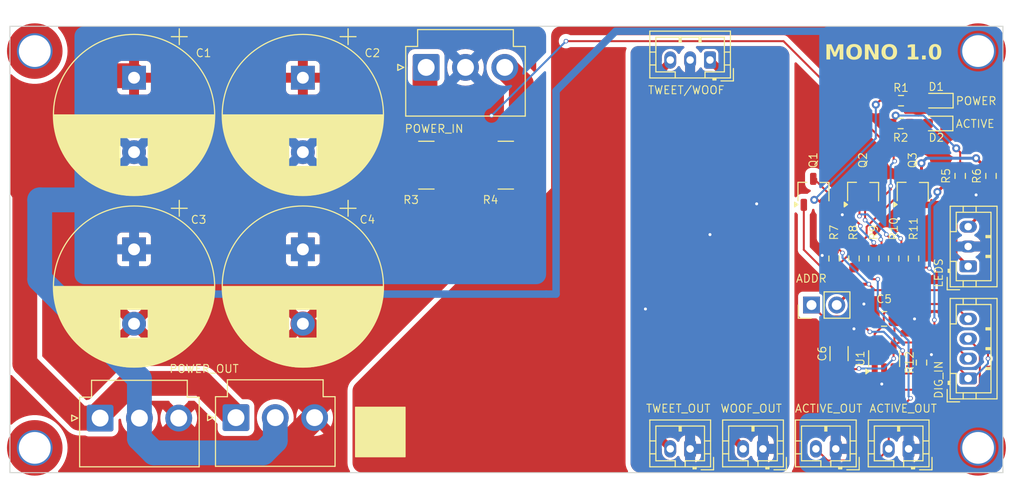
<source format=kicad_pcb>
(kicad_pcb (version 20240108) (generator "pcbnew") (generator_version "8.0")
  (layers (0 "F.Cu" signal) (31 "B.Cu" signal) (34 "B.Paste" user) (35 "F.Paste" user) (36 "B.SilkS" user "B.Silkscreen") (37 "F.SilkS" user "F.Silkscreen") (38 "B.Mask" user) (39 "F.Mask" user) (44 "Edge.Cuts" user))
  (net 0 "")
  (net 1 "VM")
  (net 2 "VP")
  (net 3 "PGND")
  (net 4 "POS")
  (net 5 "NEG")
  (net 6 "3V3")
  (net 7 "SCL")
  (net 8 "SDA")
  (net 9 "TWEETER")
  (net 10 "WOOFER")
  (net 11 "ACTIVE_IN")
  (net 12 "ACTIVE_OUT")
  (net 13 "AGND")
  (net 14 "Net-(Q1-B)")
  (net 15 "Net-(Q1-C)")
  (net 16 "Net-(Q2-B)")
  (net 17 "Net-(Q3-B)")
  (net 18 "ACTIVE_NEG")
  (net 19 "Net-(D1-A)")
  (net 20 "LED_ACTIVE")
  (net 21 "LED_STANDBY")
  (net 22 "Net-(D2-A)")
  (net 23 "Net-(J4-Pin_1)")
  (footprint "Capacitor_THT:CP_Radial_D16.0mm_P7.50mm" (layer "F.Cu") (at 98.4 95.987246 -90)
    (property "Reference" "C3" (at -2.987246 -6.5 0) (layer "F.SilkS") (effects (font (size 0.8 0.8) (thickness 0.1))))
    (property "Value" "2200u 50V")
    (pad "1" thru_hole rect (at 0 0 270) (size 2.4 2.4) (drill 1.2) (layers "*.Cu" "*.Mask") (net 3 "PGND"))
    (pad "2" thru_hole circle (at 7.5 0 270) (size 2.4 2.4) (drill 1.2) (layers "*.Cu" "*.Mask") (net 5 "NEG"))
  )
  (footprint "Connector_JST:JST_PH_B2B-PH-K_1x02_P2.00mm_Vertical" (layer "F.Cu") (at 154.4 116.1 180)
    (property "Reference" "J8" (hide yes))
    (property "Value" "Conn_01x02_Pin")
    (pad "1" thru_hole roundrect (at 0 0 180) (size 1.2 1.75) (drill 0.75) (layers "*.Cu" "*.Mask") (roundrect_rratio 0.208333) (net 13 "AGND"))
    (pad "2" thru_hole oval (at 2 0 180) (size 1.2 1.75) (drill 0.75) (layers "*.Cu" "*.Mask") (net 9 "TWEETER"))
  )
  (footprint "Capacitor_THT:CP_Radial_D16.0mm_P7.50mm" (layer "F.Cu") (at 98.4 78.687246 -90)
    (property "Reference" "C1" (at -2.487246 -7 0) (layer "F.SilkS") (effects (font (size 0.8 0.8) (thickness 0.1))))
    (property "Value" "2200u 50V")
    (pad "1" thru_hole rect (at 0 0 270) (size 2.4 2.4) (drill 1.2) (layers "*.Cu" "*.Mask") (net 4 "POS"))
    (pad "2" thru_hole circle (at 7.5 0 270) (size 2.4 2.4) (drill 1.2) (layers "*.Cu" "*.Mask") (net 3 "PGND"))
  )
  (footprint "Resistor_SMD:R_0603_1608Metric_Pad0.98x0.95mm_HandSolder" (layer "F.Cu") (at 174.9 96.9125 90)
    (property "Reference" "R10" (at 3 0 90) (layer "F.SilkS") (effects (font (size 0.8 0.8) (thickness 0.1))))
    (property "Value" "50K")
    (pad "1" smd roundrect (at -0.9125 0 90) (size 0.975 0.95) (layers "F.Cu" "F.Paste" "F.Mask") (net 5 "NEG"))
    (pad "2" smd roundrect (at 0.9125 0 90) (size 0.975 0.95) (layers "F.Cu" "F.Paste" "F.Mask") (net 16 "Net-(Q2-B)"))
  )
  (footprint "MountingHole:MountingHole_3.2mm_M3_DIN965_Pad_TopOnly" (layer "F.Cu") (at 88.4 76 90)
    (property "Reference" "H1" (hide yes))
    (property "Value" "MountingHole")
    (pad "1" thru_hole circle (at 0 0 90) (size 3.6 3.6) (drill 3.2) (layers "*.Cu" "*.Mask"))
    (pad "1" connect circle (at 0 0 90) (size 5.6 5.6) (layers "F.Cu" "F.Mask"))
  )
  (footprint "MountingHole:MountingHole_3.2mm_M3_DIN965_Pad_TopOnly" (layer "F.Cu") (at 88.4 116 90)
    (property "Reference" "H3" (hide yes))
    (property "Value" "MountingHole")
    (pad "1" thru_hole circle (at 0 0 90) (size 3.6 3.6) (drill 3.2) (layers "*.Cu" "*.Mask"))
    (pad "1" connect circle (at 0 0 90) (size 5.6 5.6) (layers "F.Cu" "F.Mask"))
  )
  (footprint "MountingHole:MountingHole_3.2mm_M3_DIN965_Pad_TopOnly" (layer "F.Cu") (at 183.4 76 90)
    (property "Reference" "H2" (hide yes))
    (property "Value" "MountingHole")
    (pad "1" thru_hole circle (at 0 0 90) (size 3.6 3.6) (drill 3.2) (layers "*.Cu" "*.Mask"))
    (pad "1" connect circle (at 0 0 90) (size 5.6 5.6) (layers "F.Cu" "F.Mask"))
  )
  (footprint "Connector_JST:JST_VH_B3P-VH-B_1x03_P3.96mm_Vertical" (layer "F.Cu") (at 108.6625 112.95)
    (property "Reference" "J6" (hide yes))
    (property "Value" "Conn_01x03_Male")
    (pad "1" thru_hole roundrect (at 0 0) (size 2.7 2.7) (drill 1.7) (layers "*.Cu" "*.Mask") (roundrect_rratio 0.092593) (net 4 "POS"))
    (pad "2" thru_hole circle (at 3.96 0) (size 2.7 2.7) (drill 1.7) (layers "*.Cu" "*.Mask") (net 3 "PGND"))
    (pad "3" thru_hole circle (at 7.92 0) (size 2.7 2.7) (drill 1.7) (layers "*.Cu" "*.Mask") (net 5 "NEG"))
  )
  (footprint "Connector_JST:JST_VH_B3P-VH-B_1x03_P3.96mm_Vertical" (layer "F.Cu") (at 94.98 113)
    (property "Reference" "J7" (hide yes))
    (property "Value" "Conn_01x03_Male")
    (pad "1" thru_hole roundrect (at 0 0) (size 2.7 2.7) (drill 1.7) (layers "*.Cu" "*.Mask") (roundrect_rratio 0.092593) (net 4 "POS"))
    (pad "2" thru_hole circle (at 3.96 0) (size 2.7 2.7) (drill 1.7) (layers "*.Cu" "*.Mask") (net 3 "PGND"))
    (pad "3" thru_hole circle (at 7.92 0) (size 2.7 2.7) (drill 1.7) (layers "*.Cu" "*.Mask") (net 5 "NEG"))
  )
  (footprint "Package_TO_SOT_SMD:TSOT-23" (layer "F.Cu") (at 166.8 90.19 90)
    (property "Reference" "Q1" (at 3.19 0 90) (layer "F.SilkS") (effects (font (size 0.8 0.8) (thickness 0.1))))
    (property "Value" "BC807")
    (pad "1" smd roundrect (at -1.31 -0.95 90) (size 1.22 0.65) (layers "F.Cu" "F.Paste" "F.Mask") (net 14 "Net-(Q1-B)"))
    (pad "2" smd roundrect (at -1.31 0.95 90) (size 1.22 0.65) (layers "F.Cu" "F.Paste" "F.Mask") (net 6 "3V3"))
    (pad "3" smd roundrect (at 1.31 0 90) (size 1.22 0.65) (layers "F.Cu" "F.Paste" "F.Mask") (net 15 "Net-(Q1-C)"))
  )
  (footprint "Connector_JST:JST_PH_B2B-PH-K_1x02_P2.00mm_Vertical" (layer "F.Cu") (at 161.733333 116.1 180)
    (property "Reference" "J9" (hide yes))
    (property "Value" "Conn_01x02_Pin")
    (pad "1" thru_hole roundrect (at 0 0 180) (size 1.2 1.75) (drill 0.75) (layers "*.Cu" "*.Mask") (roundrect_rratio 0.208333) (net 13 "AGND"))
    (pad "2" thru_hole oval (at 2 0 180) (size 1.2 1.75) (drill 0.75) (layers "*.Cu" "*.Mask") (net 10 "WOOFER"))
  )
  (footprint "Connector_JST:JST_PH_B2B-PH-K_1x02_P2.00mm_Vertical" (layer "F.Cu") (at 169.066666 116.1 180)
    (property "Reference" "J10" (hide yes))
    (property "Value" "Conn_01x02_Pin")
    (pad "1" thru_hole roundrect (at 0 0 180) (size 1.2 1.75) (drill 0.75) (layers "*.Cu" "*.Mask") (roundrect_rratio 0.208333) (net 3 "PGND"))
    (pad "2" thru_hole oval (at 2 0 180) (size 1.2 1.75) (drill 0.75) (layers "*.Cu" "*.Mask") (net 12 "ACTIVE_OUT"))
  )
  (footprint "Connector_JST:JST_PH_B3B-PH-K_1x03_P2.00mm_Vertical" (layer "F.Cu") (at 182.4 97.7 90)
    (property "Reference" "J3" (hide yes))
    (property "Value" "Conn_01x03_Pin")
    (pad "1" thru_hole roundrect (at 0 0 90) (size 1.2 1.75) (drill 0.75) (layers "*.Cu" "*.Mask") (roundrect_rratio 0.208333) (net 20 "LED_ACTIVE"))
    (pad "2" thru_hole oval (at 2 0 90) (size 1.2 1.75) (drill 0.75) (layers "*.Cu" "*.Mask") (net 3 "PGND"))
    (pad "3" thru_hole oval (at 4 0 90) (size 1.2 1.75) (drill 0.75) (layers "*.Cu" "*.Mask") (net 21 "LED_STANDBY"))
  )
  (footprint "Resistor_SMD:R_0603_1608Metric_Pad0.98x0.95mm_HandSolder" (layer "F.Cu") (at 170.9 96.9125 -90)
    (property "Reference" "R8" (at -2.619047 0.07 90) (layer "F.SilkS") (effects (font (size 0.8 0.8) (thickness 0.1))))
    (property "Value" "1K")
    (pad "1" smd roundrect (at -0.9125 0 270) (size 0.975 0.95) (layers "F.Cu" "F.Paste" "F.Mask") (net 18 "ACTIVE_NEG"))
    (pad "2" smd roundrect (at 0.9125 0 270) (size 0.975 0.95) (layers "F.Cu" "F.Paste" "F.Mask") (net 14 "Net-(Q1-B)"))
  )
  (footprint "Resistor_SMD:R_1218_3246Metric_Pad1.22x4.75mm_HandSolder" (layer "F.Cu") (at 127.8375 87.5 180)
    (property "Reference" "R3" (at 1.5375 -3.5 0) (layer "F.SilkS") (effects (font (size 0.8 0.8) (thickness 0.1))))
    (property "Value" "470m 3W")
    (pad "1" smd roundrect (at -1.5625 0 180) (size 1.225 4.75) (layers "F.Cu" "F.Paste" "F.Mask") (roundrect_rratio 0.204082) (net 2 "VP"))
    (pad "2" smd roundrect (at 1.5625 0 180) (size 1.225 4.75) (layers "F.Cu" "F.Paste" "F.Mask") (roundrect_rratio 0.204082) (net 4 "POS"))
  )
  (footprint "Connector_JST:JST_VH_B3P-VH-B_1x03_P3.96mm_Vertical" (layer "F.Cu") (at 127.8175 77.64375)
    (property "Reference" "J2" (hide yes))
    (property "Value" "Conn_01x03_Male")
    (pad "1" thru_hole roundrect (at 0 0) (size 2.7 2.7) (drill 1.7) (layers "*.Cu" "*.Mask") (roundrect_rratio 0.092593) (net 2 "VP"))
    (pad "2" thru_hole circle (at 3.96 0) (size 2.7 2.7) (drill 1.7) (layers "*.Cu" "*.Mask") (net 3 "PGND"))
    (pad "3" thru_hole circle (at 7.92 0) (size 2.7 2.7) (drill 1.7) (layers "*.Cu" "*.Mask") (net 1 "VM"))
  )
  (footprint "Capacitor_SMD:C_0805_2012Metric_Pad1.18x1.45mm_HandSolder" (layer "F.Cu") (at 173.9375 103 180)
    (property "Reference" "C5" (at 0 2 0) (layer "F.SilkS") (effects (font (size 0.8 0.8) (thickness 0.1))))
    (property "Value" "0.1u")
    (pad "1" smd roundrect (at -1.0375 0 180) (size 1.175 1.45) (layers "F.Cu" "F.Paste" "F.Mask") (roundrect_rratio 0.212766) (net 6 "3V3"))
    (pad "2" smd roundrect (at 1.0375 0 180) (size 1.175 1.45) (layers "F.Cu" "F.Paste" "F.Mask") (roundrect_rratio 0.212766) (net 3 "PGND"))
  )
  (footprint "Connector_PinHeader_2.54mm:PinHeader_1x02_P2.54mm_Vertical" (layer "F.Cu") (at 166.625 101.6 90)
    (property "Reference" "J4" (hide yes))
    (property "Value" "Conn_01x02_Pin")
    (pad "1" thru_hole rect (at 0 0 90) (size 1.7 1.7) (drill 1) (layers "*.Cu" "*.Mask") (net 23 "Net-(J4-Pin_1)"))
    (pad "2" thru_hole oval (at 0 2.54 90) (size 1.7 1.7) (drill 1) (layers "*.Cu" "*.Mask") (net 6 "3V3"))
  )
  (footprint "Package_TO_SOT_SMD:TSOT-23" (layer "F.Cu") (at 171.8 90.19 90)
    (property "Reference" "Q2" (at 3.19 0 90) (layer "F.SilkS") (effects (font (size 0.8 0.8) (thickness 0.1))))
    (property "Value" "BC817K-40")
    (pad "1" smd roundrect (at -1.31 -0.95 90) (size 1.22 0.65) (layers "F.Cu" "F.Paste" "F.Mask") (net 16 "Net-(Q2-B)"))
    (pad "2" smd roundrect (at -1.31 0.95 90) (size 1.22 0.65) (layers "F.Cu" "F.Paste" "F.Mask") (net 5 "NEG"))
    (pad "3" smd roundrect (at 1.31 0 90) (size 1.22 0.65) (layers "F.Cu" "F.Paste" "F.Mask") (net 12 "ACTIVE_OUT"))
  )
  (footprint "Capacitor_THT:CP_Radial_D16.0mm_P7.50mm" (layer "F.Cu") (at 115.4 95.987246 -90)
    (property "Reference" "C4" (at -3 -6.5 0) (layer "F.SilkS") (effects (font (size 0.8 0.8) (thickness 0.1))))
    (property "Value" "2200u 50V")
    (pad "1" thru_hole rect (at 0 0 270) (size 2.4 2.4) (drill 1.2) (layers "*.Cu" "*.Mask") (net 3 "PGND"))
    (pad "2" thru_hole circle (at 7.5 0 270) (size 2.4 2.4) (drill 1.2) (layers "*.Cu" "*.Mask") (net 5 "NEG"))
  )
  (footprint "Connector_JST:JST_PH_B3B-PH-K_1x03_P2.00mm_Vertical" (layer "F.Cu") (at 156.4 76.9 180)
    (property "Reference" "J1" (hide yes))
    (property "Value" "Conn_01x03_Pin")
    (pad "1" thru_hole roundrect (at 0 0 180) (size 1.2 1.75) (drill 0.75) (layers "*.Cu" "*.Mask") (roundrect_rratio 0.208333) (net 10 "WOOFER"))
    (pad "2" thru_hole oval (at 2 0 180) (size 1.2 1.75) (drill 0.75) (layers "*.Cu" "*.Mask") (net 13 "AGND"))
    (pad "3" thru_hole oval (at 4 0 180) (size 1.2 1.75) (drill 0.75) (layers "*.Cu" "*.Mask") (net 9 "TWEETER"))
  )
  (footprint "Connector_JST:JST_PH_B2B-PH-K_1x02_P2.00mm_Vertical" (layer "F.Cu") (at 176.4 116.1 180)
    (property "Reference" "J11" (hide yes))
    (property "Value" "Conn_01x02_Pin")
    (pad "1" thru_hole roundrect (at 0 0 180) (size 1.2 1.75) (drill 0.75) (layers "*.Cu" "*.Mask") (roundrect_rratio 0.208333) (net 3 "PGND"))
    (pad "2" thru_hole oval (at 2 0 180) (size 1.2 1.75) (drill 0.75) (layers "*.Cu" "*.Mask") (net 12 "ACTIVE_OUT"))
  )
  (footprint "LED_SMD:LED_0603_1608Metric_Pad1.05x0.95mm_HandSolder" (layer "F.Cu") (at 179.225 81 180)
    (property "Reference" "D1" (at 0.0375 1.4 0) (layer "F.SilkS") (effects (font (size 0.8 0.8) (thickness 0.1))))
    (property "Value" "BLUE")
    (pad "1" smd roundrect (at -0.875 0 180) (size 1.05 0.95) (layers "F.Cu" "F.Paste" "F.Mask") (net 3 "PGND"))
    (pad "2" smd roundrect (at 0.875 0 180) (size 1.05 0.95) (layers "F.Cu" "F.Paste" "F.Mask") (net 19 "Net-(D1-A)"))
  )
  (footprint "Resistor_SMD:R_1218_3246Metric_Pad1.22x4.75mm_HandSolder" (layer "F.Cu") (at 135.8375 87.5 180)
    (property "Reference" "R4" (at 1.5375 -3.5 0) (layer "F.SilkS") (effects (font (size 0.8 0.8) (thickness 0.1))))
    (property "Value" "470m 3W")
    (pad "1" smd roundrect (at -1.5625 0 180) (size 1.225 4.75) (layers "F.Cu" "F.Paste" "F.Mask") (roundrect_rratio 0.204082) (net 1 "VM"))
    (pad "2" smd roundrect (at 1.5625 0 180) (size 1.225 4.75) (layers "F.Cu" "F.Paste" "F.Mask") (roundrect_rratio 0.204082) (net 5 "NEG"))
  )
  (footprint "LED_SMD:LED_0603_1608Metric_Pad1.05x0.95mm_HandSolder" (layer "F.Cu") (at 179.2 83.3 180)
    (property "Reference" "D2" (at 0 -1.43 0) (layer "F.SilkS") (effects (font (size 0.8 0.8) (thickness 0.1))))
    (property "Value" "RED")
    (pad "1" smd roundrect (at -0.875 0 180) (size 1.05 0.95) (layers "F.Cu" "F.Paste" "F.Mask") (net 3 "PGND"))
    (pad "2" smd roundrect (at 0.875 0 180) (size 1.05 0.95) (layers "F.Cu" "F.Paste" "F.Mask") (net 22 "Net-(D2-A)"))
  )
  (footprint "Capacitor_THT:CP_Radial_D16.0mm_P7.50mm" (layer "F.Cu") (at 115.4 78.687246 -90)
    (property "Reference" "C2" (at -2.487246 -7 0) (layer "F.SilkS") (effects (font (size 0.8 0.8) (thickness 0.1))))
    (property "Value" "2200u 50V")
    (pad "1" thru_hole rect (at 0 0 270) (size 2.4 2.4) (drill 1.2) (layers "*.Cu" "*.Mask") (net 4 "POS"))
    (pad "2" thru_hole circle (at 7.5 0 270) (size 2.4 2.4) (drill 1.2) (layers "*.Cu" "*.Mask") (net 3 "PGND"))
  )
  (footprint "Resistor_SMD:R_0603_1608Metric_Pad0.98x0.95mm_HandSolder" (layer "F.Cu") (at 181.6 88.5875 90)
    (property "Reference" "R5" (at 0 -1.43 90) (layer "F.SilkS") (effects (font (size 0.8 0.8) (thickness 0.1))))
    (property "Value" "550R")
    (pad "1" smd roundrect (at -0.9125 0 90) (size 0.975 0.95) (layers "F.Cu" "F.Paste" "F.Mask") (net 20 "LED_ACTIVE"))
    (pad "2" smd roundrect (at 0.9125 0 90) (size 0.975 0.95) (layers "F.Cu" "F.Paste" "F.Mask") (net 11 "ACTIVE_IN"))
  )
  (footprint "Resistor_SMD:R_0603_1608Metric_Pad0.98x0.95mm_HandSolder" (layer "F.Cu") (at 172.9 96.9125 90)
    (property "Reference" "R9" (at 2.619047 0 90) (layer "F.SilkS") (effects (font (size 0.8 0.8) (thickness 0.1))))
    (property "Value" "100K")
    (pad "1" smd roundrect (at -0.9125 0 90) (size 0.975 0.95) (layers "F.Cu" "F.Paste" "F.Mask") (net 16 "Net-(Q2-B)"))
    (pad "2" smd roundrect (at 0.9125 0 90) (size 0.975 0.95) (layers "F.Cu" "F.Paste" "F.Mask") (net 15 "Net-(Q1-C)"))
  )
  (footprint "Resistor_SMD:R_0603_1608Metric_Pad0.98x0.95mm_HandSolder" (layer "F.Cu") (at 184.7 88.5875 90)
    (property "Reference" "R6" (at 0 -1.43 90) (layer "F.SilkS") (effects (font (size 0.8 0.8) (thickness 0.1))))
    (property "Value" "150R")
    (pad "1" smd roundrect (at -0.9125 0 90) (size 0.975 0.95) (layers "F.Cu" "F.Paste" "F.Mask") (net 21 "LED_STANDBY"))
    (pad "2" smd roundrect (at 0.9125 0 90) (size 0.975 0.95) (layers "F.Cu" "F.Paste" "F.Mask") (net 18 "ACTIVE_NEG"))
  )
  (footprint "Connector_JST:JST_PH_B4B-PH-K_1x04_P2.00mm_Vertical" (layer "F.Cu") (at 182.4 109 90)
    (property "Reference" "J5" (hide yes))
    (property "Value" "Conn_01x04_Pin")
    (pad "1" thru_hole roundrect (at 0 0 90) (size 1.2 1.75) (drill 0.75) (layers "*.Cu" "*.Mask") (roundrect_rratio 0.208333) (net 6 "3V3"))
    (pad "2" thru_hole oval (at 2 0 90) (size 1.2 1.75) (drill 0.75) (layers "*.Cu" "*.Mask") (net 11 "ACTIVE_IN"))
    (pad "3" thru_hole oval (at 4 0 90) (size 1.2 1.75) (drill 0.75) (layers "*.Cu" "*.Mask") (net 7 "SCL"))
    (pad "4" thru_hole oval (at 6 0 90) (size 1.2 1.75) (drill 0.75) (layers "*.Cu" "*.Mask") (net 8 "SDA"))
  )
  (footprint "Resistor_SMD:R_0603_1608Metric_Pad0.98x0.95mm_HandSolder" (layer "F.Cu") (at 175.6375 81 180)
    (property "Reference" "R1" (at 0 1.3 0) (layer "F.SilkS") (effects (font (size 0.8 0.8) (thickness 0.1))))
    (property "Value" "150R")
    (pad "1" smd roundrect (at -0.9125 0 180) (size 0.975 0.95) (layers "F.Cu" "F.Paste" "F.Mask") (net 19 "Net-(D1-A)"))
    (pad "2" smd roundrect (at 0.9125 0 180) (size 0.975 0.95) (layers "F.Cu" "F.Paste" "F.Mask") (net 6 "3V3"))
  )
  (footprint "Resistor_SMD:R_0603_1608Metric_Pad0.98x0.95mm_HandSolder" (layer "F.Cu") (at 176.9 96.9125 90)
    (property "Reference" "R11" (at 3 0 90) (layer "F.SilkS") (effects (font (size 0.8 0.8) (thickness 0.1))))
    (property "Value" "1K")
    (pad "1" smd roundrect (at -0.9125 0 90) (size 0.975 0.95) (layers "F.Cu" "F.Paste" "F.Mask") (net 11 "ACTIVE_IN"))
    (pad "2" smd roundrect (at 0.9125 0 90) (size 0.975 0.95) (layers "F.Cu" "F.Paste" "F.Mask") (net 17 "Net-(Q3-B)"))
  )
  (footprint "Resistor_SMD:R_0603_1608Metric_Pad0.98x0.95mm_HandSolder" (layer "F.Cu") (at 177.7 107.4 90)
    (property "Reference" "R12" (at 0 -1.2 90) (layer "F.SilkS") (effects (font (size 0.8 0.8) (thickness 0.1))))
    (property "Value" "4.7k")
    (pad "1" smd roundrect (at -0.9125 0 90) (size 0.975 0.95) (layers "F.Cu" "F.Paste" "F.Mask") (net 23 "Net-(J4-Pin_1)"))
    (pad "2" smd roundrect (at 0.9125 0 90) (size 0.975 0.95) (layers "F.Cu" "F.Paste" "F.Mask") (net 3 "PGND"))
  )
  (footprint "MountingHole:MountingHole_3.2mm_M3_DIN965_Pad_TopOnly" (layer "F.Cu") (at 183.4 116 90)
    (property "Reference" "H4" (hide yes))
    (property "Value" "MountingHole")
    (pad "1" thru_hole circle (at 0 0 90) (size 3.6 3.6) (drill 3.2) (layers "*.Cu" "*.Mask"))
    (pad "1" connect circle (at 0 0 90) (size 5.6 5.6) (layers "F.Cu" "F.Mask"))
  )
  (footprint "Package_TO_SOT_SMD:TSOT-23" (layer "F.Cu") (at 176.8 90.19 90)
    (property "Reference" "Q3" (at 3.19 0 90) (layer "F.SilkS") (effects (font (size 0.8 0.8) (thickness 0.1))))
    (property "Value" "BC817K-40")
    (pad "1" smd roundrect (at -1.31 -0.95 90) (size 1.22 0.65) (layers "F.Cu" "F.Paste" "F.Mask") (net 17 "Net-(Q3-B)"))
    (pad "2" smd roundrect (at -1.31 0.95 90) (size 1.22 0.65) (layers "F.Cu" "F.Paste" "F.Mask") (net 3 "PGND"))
    (pad "3" smd roundrect (at 1.31 0 90) (size 1.22 0.65) (layers "F.Cu" "F.Paste" "F.Mask") (net 18 "ACTIVE_NEG"))
  )
  (footprint "Resistor_SMD:R_0603_1608Metric_Pad0.98x0.95mm_HandSolder" (layer "F.Cu") (at 168.9 96.9125 90)
    (property "Reference" "R7" (at 2.619047 0 90) (layer "F.SilkS") (effects (font (size 0.8 0.8) (thickness 0.1))))
    (property "Value" "10k")
    (pad "1" smd roundrect (at -0.9125 0 90) (size 0.975 0.95) (layers "F.Cu" "F.Paste" "F.Mask") (net 18 "ACTIVE_NEG"))
    (pad "2" smd roundrect (at 0.9125 0 90) (size 0.975 0.95) (layers "F.Cu" "F.Paste" "F.Mask") (net 6 "3V3"))
  )
  (footprint "Capacitor_SMD:C_1206_3216Metric_Pad1.33x1.80mm_HandSolder" (layer "F.Cu") (at 169.4 106.5 90)
    (property "Reference" "C6" (at 0 -1.7 90) (layer "F.SilkS") (effects (font (size 0.8 0.8) (thickness 0.1))))
    (property "Value" "10u")
    (pad "1" smd roundrect (at -1.5625 0 90) (size 1.325 1.8) (layers "F.Cu" "F.Paste" "F.Mask") (roundrect_rratio 0.188679) (net 6 "3V3"))
    (pad "2" smd roundrect (at 1.5625 0 90) (size 1.325 1.8) (layers "F.Cu" "F.Paste" "F.Mask") (roundrect_rratio 0.188679) (net 3 "PGND"))
  )
  (footprint "Resistor_SMD:R_0603_1608Metric_Pad0.98x0.95mm_HandSolder" (layer "F.Cu") (at 175.6 83.3 180)
    (property "Reference" "R2" (at 0 -1.43 0) (layer "F.SilkS") (effects (font (size 0.8 0.8) (thickness 0.1))))
    (property "Value" "300R")
    (pad "1" smd roundrect (at -0.9125 0 180) (size 0.975 0.95) (layers "F.Cu" "F.Paste" "F.Mask") (net 22 "Net-(D2-A)"))
    (pad "2" smd roundrect (at 0.9125 0 180) (size 0.975 0.95) (layers "F.Cu" "F.Paste" "F.Mask") (net 11 "ACTIVE_IN"))
  )
  (footprint "Package_TO_SOT_SMD:SOT-23-6" (layer "F.Cu") (at 173.9375 107 90)
    (property "Reference" "U1" (at 0 -2.4 90) (layer "F.SilkS") (effects (font (size 0.8 0.8) (thickness 0.1))))
    (property "Value" "TMP100")
    (pad "1" smd roundrect (at -1.1375 -0.95 90) (size 1.325 0.6) (layers "F.Cu" "F.Paste" "F.Mask") (net 7 "SCL"))
    (pad "2" smd roundrect (at -1.1375 0 90) (size 1.325 0.6) (layers "F.Cu" "F.Paste" "F.Mask") (net 3 "PGND"))
    (pad "3" smd roundrect (at -1.1375 0.95 90) (size 1.325 0.6) (layers "F.Cu" "F.Paste" "F.Mask") (net 23 "Net-(J4-Pin_1)"))
    (pad "4" smd roundrect (at 1.1375 0.95 90) (size 1.325 0.6) (layers "F.Cu" "F.Paste" "F.Mask") (net 6 "3V3"))
    (pad "5" smd roundrect (at 1.1375 0 90) (size 1.325 0.6) (layers "F.Cu" "F.Paste" "F.Mask") (net 6 "3V3"))
    (pad "6" smd roundrect (at 1.1375 -0.95 90) (size 1.325 0.6) (layers "F.Cu" "F.Paste" "F.Mask") (net 8 "SDA"))
  )
  (gr_rect (start 120.7 111.9) (end 125.7 116.9) (stroke (width 0.1)) (fill solid) (layer "F.SilkS"))
  (gr_line (start 85.9 118.5) (end 85.9 73.5) (stroke (width 0.1)) (layer "Edge.Cuts"))
  (gr_line (start 85.9 73.5) (end 185.9 73.5) (stroke (width 0.1)) (layer "Edge.Cuts"))
  (gr_line (start 185.9 73.5) (end 185.9 118.5) (stroke (width 0.1)) (layer "Edge.Cuts"))
  (gr_line (start 185.9 118.5) (end 85.9 118.5) (stroke (width 0.1)) (layer "Edge.Cuts"))
  (gr_text "LEDS" (at 179.9 99.9 90) (layer "F.SilkS") (effects (font (size 0.8 0.8) (thickness 0.1)) (justify left bottom)))
  (gr_text "DIG_IN" (at 179.9 111.1 90) (layer "F.SilkS") (effects (font (size 0.8 0.8) (thickness 0.1)) (justify left bottom)))
  (gr_text "ACTIVE" (at 181.1 83.8 0) (layer "F.SilkS") (effects (font (size 0.8 0.8) (thickness 0.1)) (justify left bottom)))
  (gr_text "POWER" (at 181.1 81.5 0) (layer "F.SilkS") (effects (font (size 0.8 0.8) (thickness 0.1)) (justify left bottom)))
  (gr_text "WOOF_OUT" (at 157.4 112.5 0) (layer "F.SilkS") (effects (font (size 0.8 0.8) (thickness 0.1)) (justify left bottom)))
  (gr_text "ADDR" (at 165 99.4 0) (layer "F.SilkS") (effects (font (size 0.8 0.8) (thickness 0.1)) (justify left bottom)))
  (gr_text "ACTIVE_OUT" (at 164.9 112.5 0) (layer "F.SilkS") (effects (font (size 0.8 0.8) (thickness 0.1)) (justify left bottom)))
  (gr_text "POWER_OUT" (at 101.9 108.5 0) (layer "F.SilkS") (effects (font (size 0.8 0.8) (thickness 0.1)) (justify left bottom)))
  (gr_text "POWER_IN" (at 125.6 84.3 0) (layer "F.SilkS") (effects (font (size 0.8 0.8) (thickness 0.1)) (justify left bottom)))
  (gr_text "TWEET/WOOF" (at 150.1 80.4 0) (layer "F.SilkS") (effects (font (size 0.8 0.8) (thickness 0.1)) (justify left bottom)))
  (gr_text "MONO 1.0" (at 179.8 77.1 0) (layer "F.SilkS") (effects (font (size 1.5 1.5) (thickness 0.1) (bold yes)) (justify right bottom)))
  (gr_text "TWEET_OUT" (at 149.9 112.5 0) (layer "F.SilkS") (effects (font (size 0.8 0.8) (thickness 0.1)) (justify left bottom)))
  (gr_text "ACTIVE_OUT" (at 172.4 112.5 0) (layer "F.SilkS") (effects (font (size 0.8 0.8) (thickness 0.1)) (justify left bottom)))
  (segment (start 137.4 79.30625) (end 137.4 86.69375) (width 2.5) (layer "F.Cu") (net 1))
  (segment (start 135.7375 77.64375) (end 137.4 79.30625) (width 2.5) (layer "F.Cu") (net 1))
  (segment (start 127.8175 77.64375) (end 127.7 77.76125) (width 2.5) (layer "F.Cu") (net 2))
  (segment (start 129.4 83) (end 129.4 87.5) (width 2.5) (layer "F.Cu") (net 2))
  (segment (start 127.7 81.3) (end 129.4 83) (width 2.5) (layer "F.Cu") (net 2))
  (segment (start 127.7 77.76125) (end 127.7 81.3) (width 2.5) (layer "F.Cu") (net 2))
  (segment (start 172.9 102.5) (end 171.9 101.5) (width 0.2) (layer "F.Cu") (net 3))
  (segment (start 173.9375 109.328851) (end 173.70049 109.565861) (width 0.2) (layer "F.Cu") (net 3))
  (segment (start 177.7 106.4875) (end 178.5875 106.4875) (width 0.3) (layer "F.Cu") (net 3))
  (segment (start 173.9375 108.1375) (end 173.9375 109.328851) (width 0.2) (layer "F.Cu") (net 3))
  (segment (start 178.5875 106.4875) (end 178.7 106.6) (width 0.3) (layer "F.Cu") (net 3))
  (segment (start 169.9625 104.9375) (end 170.9 104) (width 0.2) (layer "F.Cu") (net 3))
  (via (at 170.9 104) (size 0.45) (drill 0.3) (layers "F.Cu" "B.Cu") (net 3))
  (via (at 169.725 92.5) (size 0.45) (drill 0.3) (layers "F.Cu" "B.Cu") (net 3))
  (via (at 167.7 96.6) (size 0.45) (drill 0.3) (layers "F.Cu" "B.Cu") (net 3))
  (via (at 178.7 106.6) (size 0.45) (drill 0.3) (layers "F.Cu" "B.Cu") (net 3))
  (via (at 171.9 101.5) (size 0.45) (drill 0.3) (layers "F.Cu" "B.Cu") (net 3))
  (via (at 175.4 92.9) (size 0.45) (drill 0.3) (layers "F.Cu" "B.Cu") (net 3))
  (via (at 177 103) (size 0.45) (drill 0.3) (layers "F.Cu" "B.Cu") (net 3))
  (via (at 173.70049 109.565861) (size 0.45) (drill 0.3) (layers "F.Cu" "B.Cu") (net 3))
  (via (at 183.2 90.5) (size 0.45) (drill 0.3) (layers "F.Cu" "B.Cu") (net 3))
  (segment (start 98.94 115.04) (end 98.94 113) (width 2.5) (layer "B.Cu") (net 3))
  (segment (start 111.4 116.5) (end 100.4 116.5) (width 2.5) (layer "B.Cu") (net 3))
  (segment (start 112.6225 112.95) (end 112.6225 115.2775) (width 2.5) (layer "B.Cu") (net 3))
  (segment (start 112.6225 115.2775) (end 111.4 116.5) (width 2.5) (layer "B.Cu") (net 3))
  (segment (start 88.9 91) (end 97.4 91) (width 2.5) (layer "B.Cu") (net 3))
  (segment (start 139.9 100.5) (end 92.4 100.5) (width 0.75) (layer "B.Cu") (net 3))
  (segment (start 98.94 109.04) (end 91.4 101.5) (width 2.5) (layer "B.Cu") (net 3))
  (segment (start 167.9 74) (end 146.9 74) (width 0.75) (layer "B.Cu") (net 3))
  (segment (start 140.9 80) (end 140.9 100.5) (width 0.75) (layer "B.Cu") (net 3))
  (segment (start 97.4 91) (end 97.9 90.5) (width 2.5) (layer "B.Cu") (net 3))
  (segment (start 92.4 100.5) (end 91.4 101.5) (width 0.75) (layer "B.Cu") (net 3))
  (segment (start 140.9 100.5) (end 139.9 100.5) (width 0.75) (layer "B.Cu") (net 3))
  (segment (start 98.94 113) (end 98.94 109.04) (width 2.5) (layer "B.Cu") (net 3))
  (segment (start 100.4 116.5) (end 98.94 115.04) (width 2.5) (layer "B.Cu") (net 3))
  (segment (start 88.9 99) (end 88.9 91) (width 2.5) (layer "B.Cu") (net 3))
  (segment (start 146.9 74) (end 140.9 80) (width 0.75) (layer "B.Cu") (net 3))
  (segment (start 91.4 101.5) (end 88.9 99) (width 2.5) (layer "B.Cu") (net 3))
  (segment (start 87.4 85.25) (end 87.4 107.5) (width 2.5) (layer "F.Cu") (net 4))
  (segment (start 94.312754 78.487246) (end 87.8 85) (width 2.5) (layer "F.Cu") (net 4))
  (segment (start 92.9 113) (end 94.98 113) (width 2.5) (layer "F.Cu") (net 4))
  (segment (start 98 109.5) (end 94.98 112.52) (width 2.5) (layer "F.Cu") (net 4))
  (segment (start 108.6625 112.95) (end 105.2125 109.5) (width 2.5) (layer "F.Cu") (net 4))
  (segment (start 94.98 112.52) (end 94.98 113) (width 2.5) (layer "F.Cu") (net 4))
  (segment (start 105.2125 109.5) (end 98 109.5) (width 2.5) (layer "F.Cu") (net 4))
  (segment (start 87.4 107.5) (end 92.9 113) (width 2.5) (layer "F.Cu") (net 4))
  (segment (start 98.4 78.487246) (end 94.312754 78.487246) (width 2.5) (layer "F.Cu") (net 4))
  (segment (start 104.4 116.5) (end 113.0325 116.5) (width 2.5) (layer "F.Cu") (net 5))
  (segment (start 141.9 75) (end 163.8 75) (width 0.2) (layer "F.Cu") (net 5))
  (segment (start 174.9 86.1) (end 174.9 87) (width 0.2) (layer "F.Cu") (net 5))
  (segment (start 113.0325 116.5) (end 116.5825 112.95) (width 2.5) (layer "F.Cu") (net 5))
  (segment (start 102.9 113) (end 102.9 115) (width 2.5) (layer "F.Cu") (net 5))
  (segment (start 173.05 91.5) (end 174.6 89.95) (width 0.2) (layer "F.Cu") (net 5))
  (segment (start 116.5825 112.95) (end 116.5825 104.6825) (width 2.5) (layer "F.Cu") (net 5))
  (segment (start 174.6 89.95) (end 174.6 89.6) (width 0.2) (layer "F.Cu") (net 5))
  (segment (start 174.9 87) (end 175 87.1) (width 0.2) (layer "F.Cu") (net 5))
  (segment (start 163.8 75) (end 174.9 86.1) (width 0.2) (layer "F.Cu") (net 5))
  (segment (start 175.675 94.975) (end 175.6 94.9) (width 0.2) (layer "F.Cu") (net 5))
  (segment (start 175.675 97.05) (end 175.675 94.975) (width 0.2) (layer "F.Cu") (net 5))
  (segment (start 116.5825 104.6825) (end 115.4 103.5) (width 2.5) (layer "F.Cu") (net 5))
  (segment (start 174.9 97.825) (end 175.675 97.05) (width 0.2) (layer "F.Cu") (net 5))
  (segment (start 102.9 115) (end 104.4 116.5) (width 2.5) (layer "F.Cu") (net 5))
  (via (at 175 87.1) (size 0.45) (drill 0.3) (layers "F.Cu" "B.Cu") (net 5))
  (via (at 141.9 75) (size 0.45) (drill 0.3) (layers "F.Cu" "B.Cu") (net 5))
  (via (at 134.4 82.5) (size 0.45) (drill 0.3) (layers "F.Cu" "B.Cu") (net 5))
  (via (at 175.6 94.9) (size 0.45) (drill 0.3) (layers "F.Cu" "B.Cu") (net 5))
  (via (at 174.6 89.6) (size 0.45) (drill 0.3) (layers "F.Cu" "B.Cu") (net 5))
  (segment (start 174.6 87.5) (end 174.6 89.6) (width 0.2) (layer "B.Cu") (net 5))
  (segment (start 174.6 89.6) (end 174.5 89.7) (width 0.2) (layer "B.Cu") (net 5))
  (segment (start 174.5 93.8) (end 175.6 94.9) (width 0.2) (layer "B.Cu") (net 5))
  (segment (start 174.5 89.7) (end 174.5 93.8) (width 0.2) (layer "B.Cu") (net 5))
  (segment (start 175 87.1) (end 174.6 87.5) (width 0.2) (layer "B.Cu") (net 5))
  (segment (start 134.4 82.5) (end 141.9 75) (width 0.2) (layer "B.Cu") (net 5))
  (segment (start 174.8875 106.9875) (end 174.9 107) (width 0.2) (layer "F.Cu") (net 6))
  (segment (start 171.265 99.5) (end 172.4 99.5) (width 0.3) (layer "F.Cu") (net 6))
  (segment (start 173.5 81) (end 173.1 81.4) (width 0.2) (layer "F.Cu") (net 6))
  (segment (start 184.4 102.5) (end 182 100.1) (width 0.2) (layer "F.Cu") (net 6))
  (segment (start 174.8875 105.8625) (end 174.503185 105.8625) (width 0.2) (layer "F.Cu") (net 6))
  (segment (start 178.875 105.375) (end 175.375 105.375) (width 0.2) (layer "F.Cu") (net 6))
  (segment (start 169.165 101.6) (end 171.265 99.5) (width 0.3) (layer "F.Cu") (net 6))
  (segment (start 184.4 107) (end 184.4 102.5) (width 0.2) (layer "F.Cu") (net 6))
  (segment (start 174.975 103) (end 174.975 105.775) (width 0.2) (layer "F.Cu") (net 6))
  (segment (start 169.4 108.0625) (end 171.3375 108.0625) (width 0.2) (layer "F.Cu") (net 6))
  (segment (start 167.75 91.5) (end 167.75 94.85) (width 0.2) (layer "F.Cu") (net 6))
  (segment (start 173 100.1) (end 172.4 99.5) (width 0.2) (layer "F.Cu") (net 6))
  (segment (start 168.9 96) (end 169.4 96) (width 0.2) (layer "F.Cu") (net 6))
  (segment (start 167.25 91) (end 167.75 91.5) (width 0.2) (layer "F.Cu") (net 6))
  (segment (start 182.4 108.9) (end 178.875 105.375) (width 0.2) (layer "F.Cu") (net 6))
  (segment (start 174.503185 105.8625) (end 174.220342 105.579657) (width 0.2) (layer "F.Cu") (net 6))
  (segment (start 175.375 105.375) (end 174.8875 105.8625) (width 0.2) (layer "F.Cu") (net 6))
  (segment (start 182 100.1) (end 173 100.1) (width 0.2) (layer "F.Cu") (net 6))
  (segment (start 171.3375 108.0625) (end 171.4 108) (width 0.2) (layer "F.Cu") (net 6))
  (segment (start 167.75 94.85) (end 168.9 96) (width 0.2) (layer "F.Cu") (net 6))
  (segment (start 174.8875 105.8625) (end 174.8875 106.9875) (width 0.2) (layer "F.Cu") (net 6))
  (segment (start 174.725 81) (end 173.5 81) (width 0.2) (layer "F.Cu") (net 6))
  (segment (start 166.9 91) (end 167.25 91) (width 0.2) (layer "F.Cu") (net 6))
  (segment (start 169.4 96) (end 169.743413 96.343413) (width 0.2) (layer "F.Cu") (net 6))
  (via (at 172.4 99.5) (size 0.45) (drill 0.3) (layers "F.Cu" "B.Cu") (net 6))
  (via (at 173.1 81.4) (size 0.8) (drill 0.4) (layers "F.Cu" "B.Cu") (net 6))
  (via (at 166.9 91) (size 0.8) (drill 0.4) (layers "F.Cu" "B.Cu") (net 6))
  (via (at 171.4 108) (size 0.45) (drill 0.3) (layers "F.Cu" "B.Cu") (net 6))
  (via (at 169.743413 96.343413) (size 0.45) (drill 0.3) (layers "F.Cu" "B.Cu") (net 6))
  (via (at 174.9 107) (size 0.45) (drill 0.3) (layers "F.Cu" "B.Cu") (net 6))
  (via (at 184.4 107) (size 0.45) (drill 0.3) (layers "F.Cu" "B.Cu") (net 6))
  (segment (start 169.743413 96.843413) (end 169.743413 96.343413) (width 0.2) (layer "B.Cu") (net 6))
  (segment (start 171.4 108) (end 173.9 108) (width 0.2) (layer "B.Cu") (net 6))
  (segment (start 172.4 99.5) (end 169.743413 96.843413) (width 0.2) (layer "B.Cu") (net 6))
  (segment (start 166.9 91) (end 173.1 84.8) (width 0.2) (layer "B.Cu") (net 6))
  (segment (start 182.9 109) (end 184.4 107.5) (width 0.2) (layer "B.Cu") (net 6))
  (segment (start 173.1 84.8) (end 173.1 81.4) (width 0.2) (layer "B.Cu") (net 6))
  (segment (start 184.4 107.5) (end 184.4 107) (width 0.2) (layer "B.Cu") (net 6))
  (segment (start 173.9 108) (end 174.9 107) (width 0.2) (layer "B.Cu") (net 6))
  (segment (start 183.575 106.175) (end 183.575 109.584744) (width 0.2) (layer "F.Cu") (net 7))
  (segment (start 183.018883 110.140861) (end 173.12549 110.140861) (width 0.2) (layer "F.Cu") (net 7))
  (segment (start 172.9875 110.002871) (end 172.9875 108.1375) (width 0.2) (layer "F.Cu") (net 7))
  (segment (start 182.4 105) (end 183.575 106.175) (width 0.2) (layer "F.Cu") (net 7))
  (segment (start 183.575 109.584744) (end 183.018883 110.140861) (width 0.2) (layer "F.Cu") (net 7))
  (segment (start 173.12549 110.140861) (end 172.9875 110.002871) (width 0.2) (layer "F.Cu") (net 7))
  (segment (start 172.9875 104.509744) (end 173.9 103.597244) (width 0.2) (layer "F.Cu") (net 8))
  (segment (start 173.9 103.597244) (end 173.9 102.477756) (width 0.2) (layer "F.Cu") (net 8))
  (segment (start 174.877756 101.5) (end 180.9 101.5) (width 0.2) (layer "F.Cu") (net 8))
  (segment (start 180.9 101.5) (end 182.4 103) (width 0.2) (layer "F.Cu") (net 8))
  (segment (start 173.9 102.477756) (end 174.877756 101.5) (width 0.2) (layer "F.Cu") (net 8))
  (segment (start 172.9875 105.8625) (end 172.9875 104.509744) (width 0.2) (layer "F.Cu") (net 8))
  (segment (start 151.3 78.15) (end 151.3 114.95) (width 0.75) (layer "F.Cu") (net 9))
  (segment (start 151.3 114.95) (end 152.4 116.05) (width 0.75) (layer "F.Cu") (net 9))
  (segment (start 152.4 77.05) (end 151.3 78.15) (width 0.75) (layer "F.Cu") (net 9))
  (segment (start 156.4 76.9) (end 158.4 78.9) (width 0.75) (layer "F.Cu") (net 10))
  (segment (start 158.4 114.666667) (end 159.733333 116) (width 0.75) (layer "F.Cu") (net 10))
  (segment (start 158.4 78.9) (end 158.4 114.666667) (width 0.75) (layer "F.Cu") (net 10))
  (segment (start 181.6 87.675) (end 181.6 86.2) (width 0.2) (layer "F.Cu") (net 11))
  (segment (start 176.9 97.825) (end 178.424994 97.825) (width 0.2) (layer "F.Cu") (net 11))
  (segment (start 175.1 82.8875) (end 174.6875 83.3) (width 0.2) (layer "F.Cu") (net 11))
  (segment (start 179 103.6) (end 179 103.1) (width 0.2) (layer "F.Cu") (net 11))
  (segment (start 181.6 86.2) (end 181.2 85.8) (width 0.2) (layer "F.Cu") (net 11))
  (segment (start 182.4 107) (end 179 103.6) (width 0.2) (layer "F.Cu") (net 11))
  (segment (start 178.424994 97.825) (end 178.5 97.900006) (width 0.2) (layer "F.Cu") (net 11))
  (segment (start 181.6 87.9) (end 179.3 90.2) (width 0.3) (layer "F.Cu") (net 11))
  (segment (start 175.1 82.5) (end 175.1 82.8875) (width 0.2) (layer "F.Cu") (net 11))
  (via (at 181.2 85.8) (size 0.8) (drill 0.4) (layers "F.Cu" "B.Cu") (net 11))
  (via (at 179 103.1) (size 0.45) (drill 0.3) (layers "F.Cu" "B.Cu") (net 11))
  (via (at 179.3 90.2) (size 0.8) (drill 0.4) (layers "F.Cu" "B.Cu") (net 11))
  (via (at 178.5 97.900006) (size 0.45) (drill 0.3) (layers "F.Cu" "B.Cu") (net 11))
  (via (at 175.1 82.5) (size 0.8) (drill 0.4) (layers "F.Cu" "B.Cu") (net 11))
  (segment (start 178.5 91.5) (end 178.5 97.900006) (width 0.3) (layer "B.Cu") (net 11))
  (segment (start 179 98.400006) (end 178.5 97.900006) (width 0.2) (layer "B.Cu") (net 11))
  (segment (start 181.2 85.8) (end 177.9 82.5) (width 0.2) (layer "B.Cu") (net 11))
  (segment (start 179.3 90.7) (end 178.5 91.5) (width 0.3) (layer "B.Cu") (net 11))
  (segment (start 179.3 90.2) (end 179.3 90.7) (width 0.3) (layer "B.Cu") (net 11))
  (segment (start 177.9 82.5) (end 175.1 82.5) (width 0.2) (layer "B.Cu") (net 11))
  (segment (start 179 103.1) (end 179 98.400006) (width 0.2) (layer "B.Cu") (net 11))
  (segment (start 172.433278 97.0375) (end 173.116722 97.0375) (width 0.2) (layer "F.Cu") (net 12))
  (segment (start 173.116722 97.0375) (end 173.675 96.479222) (width 0.2) (layer "F.Cu") (net 12))
  (segment (start 173.225 117.275) (end 174.4 116.1) (width 0.2) (layer "F.Cu") (net 12))
  (segment (start 172.020764 89.710763) (end 172.020764 93.04057) (width 0.2) (layer "F.Cu") (net 12))
  (segment (start 173.675 95.064898) (end 173.599831 94.989729) (width 0.2) (layer "F.Cu") (net 12))
  (segment (start 172.125 97.345778) (end 172.433278 97.0375) (width 0.2) (layer "F.Cu") (net 12))
  (segment (start 171.8 89.489999) (end 172.020764 89.710763) (width 0.2) (layer "F.Cu") (net 12))
  (segment (start 174.4 113.2) (end 174.4 116.1) (width 0.2) (layer "F.Cu") (net 12))
  (segment (start 167.066666 116.1) (end 168.241666 117.275) (width 0.2) (layer "F.Cu") (net 12))
  (segment (start 176.6 111) (end 174.4 113.2) (width 0.2) (layer "F.Cu") (net 12))
  (segment (start 173.675 96.479222) (end 173.675 95.064898) (width 0.2) (layer "F.Cu") (net 12))
  (segment (start 168.241666 117.275) (end 173.225 117.275) (width 0.2) (layer "F.Cu") (net 12))
  (segment (start 172.125 98.304222) (end 172.125 97.345778) (width 0.2) (layer "F.Cu") (net 12))
  (segment (start 172.06 89.14) (end 171.8 88.88) (width 0.2) (layer "F.Cu") (net 12))
  (segment (start 171.8 88.88) (end 171.8 89.489999) (width 0.2) (layer "F.Cu") (net 12))
  (segment (start 173.3 99) (end 172.820778 99) (width 0.2) (layer "F.Cu") (net 12))
  (segment (start 172.820778 99) (end 172.125 98.304222) (width 0.2) (layer "F.Cu") (net 12))
  (via (at 172.020764 93.04057) (size 0.45) (drill 0.3) (layers "F.Cu" "B.Cu") (net 12))
  (via (at 173.3 99) (size 0.45) (drill 0.3) (layers "F.Cu" "B.Cu") (net 12))
  (via (at 176.6 111) (size 0.45) (drill 0.3) (layers "F.Cu" "B.Cu") (net 12))
  (via (at 173.599831 94.989729) (size 0.45) (drill 0.3) (layers "F.Cu" "B.Cu") (net 12))
  (segment (start 173.599831 94.619637) (end 172.020764 93.04057) (width 0.2) (layer "B.Cu") (net 12))
  (segment (start 173.3 99) (end 173.3 102.1) (width 0.2) (layer "B.Cu") (net 12))
  (segment (start 173.3 102.1) (end 176.4 105.2) (width 0.2) (layer "B.Cu") (net 12))
  (segment (start 176.4 110.8) (end 176.6 111) (width 0.2) (layer "B.Cu") (net 12))
  (segment (start 173.599831 94.989729) (end 173.599831 94.619637) (width 0.2) (layer "B.Cu") (net 12))
  (segment (start 176.4 105.2) (end 176.4 110.8) (width 0.2) (layer "B.Cu") (net 12))
  (via (at 149.9 102) (size 0.45) (drill 0.3) (layers "F.Cu" "B.Cu") (net 13))
  (via (at 156.4 94.5) (size 0.45) (drill 0.3) (layers "F.Cu" "B.Cu") (net 13))
  (via (at 161.1 91.4) (size 0.45) (drill 0.3) (layers "F.Cu" "B.Cu") (net 13))
  (segment (start 170.025 98.7) (end 170.9 97.825) (width 0.2) (layer "F.Cu") (net 14))
  (segment (start 168.520778 98.7) (end 170.025 98.7) (width 0.2) (layer "F.Cu") (net 14))
  (segment (start 165.85 96.029222) (end 168.520778 98.7) (width 0.2) (layer "F.Cu") (net 14))
  (segment (start 165.85 91.5) (end 165.85 96.029222) (width 0.2) (layer "F.Cu") (net 14))
  (segment (start 167.1 89.1) (end 171.543415 93.543415) (width 0.2) (layer "F.Cu") (net 15))
  (segment (start 172.9 96) (end 172.9 95.3) (width 0.2) (layer "F.Cu") (net 15))
  (segment (start 167.1 88.88) (end 167.1 89.1) (width 0.2) (layer "F.Cu") (net 15))
  (segment (start 171.543415 93.543415) (end 171.543415 93.643412) (width 0.2) (layer "F.Cu") (net 15))
  (via (at 171.543415 93.643412) (size 0.45) (drill 0.3) (layers "F.Cu" "B.Cu") (net 15))
  (via (at 172.9 95.3) (size 0.45) (drill 0.3) (layers "F.Cu" "B.Cu") (net 15))
  (segment (start 171.543415 93.943415) (end 172.9 95.3) (width 0.2) (layer "B.Cu") (net 15))
  (segment (start 171.543415 93.643412) (end 171.543415 93.943415) (width 0.2) (layer "B.Cu") (net 15))
  (segment (start 173.075 97.825) (end 174.9 96) (width 0.2) (layer "F.Cu") (net 16))
  (segment (start 171.45594 92.10594) (end 171.45594 92.642767) (width 0.2) (layer "F.Cu") (net 16))
  (segment (start 170.85 91.5) (end 171.45594 92.10594) (width 0.2) (layer "F.Cu") (net 16))
  (segment (start 174.9 96) (end 174.9 95.226818) (width 0.2) (layer "F.Cu") (net 16))
  (segment (start 174.9 95.226818) (end 174.159056 94.485874) (width 0.2) (layer "F.Cu") (net 16))
  (via (at 171.45594 92.642767) (size 0.45) (drill 0.3) (layers "F.Cu" "B.Cu") (net 16))
  (via (at 174.159056 94.485874) (size 0.45) (drill 0.3) (layers "F.Cu" "B.Cu") (net 16))
  (segment (start 172.258937 92.46557) (end 174.159056 94.365689) (width 0.2) (layer "B.Cu") (net 16))
  (segment (start 174.159056 94.365689) (end 174.159056 94.485874) (width 0.2) (layer "B.Cu") (net 16))
  (segment (start 171.633137 92.46557) (end 172.258937 92.46557) (width 0.2) (layer "B.Cu") (net 16))
  (segment (start 171.45594 92.642767) (end 171.633137 92.46557) (width 0.2) (layer "B.Cu") (net 16))
  (segment (start 176.9 92.55) (end 176.9 96) (width 0.2) (layer "F.Cu") (net 17))
  (segment (start 175.85 91.5) (end 176.9 92.55) (width 0.2) (layer "F.Cu") (net 17))
  (segment (start 177.7 87.3) (end 177.7 87.98) (width 0.3) (layer "F.Cu") (net 18))
  (segment (start 184.7 87.675) (end 184.075 87.675) (width 0.3) (layer "F.Cu") (net 18))
  (segment (start 169.075 97.825) (end 170.9 96) (width 0.2) (layer "F.Cu") (net 18))
  (segment (start 170.9 96) (end 172.175 94.725) (width 0.2) (layer "F.Cu") (net 18))
  (segment (start 172.175 93.725) (end 176.618576 89.281424) (width 0.2) (layer "F.Cu") (net 18))
  (segment (start 184.075 87.675) (end 183.2 86.8) (width 0.3) (layer "F.Cu") (net 18))
  (segment (start 172.175 94.725) (end 172.175 93.725) (width 0.2) (layer "F.Cu") (net 18))
  (segment (start 177.7 87.98) (end 176.8 88.88) (width 0.3) (layer "F.Cu") (net 18))
  (via (at 183.2 86.8) (size 0.8) (drill 0.4) (layers "F.Cu" "B.Cu") (net 18))
  (via (at 177.7 87.3) (size 0.8) (drill 0.4) (layers "F.Cu" "B.Cu") (net 18))
  (segment (start 183.2 86.8) (end 178.2 86.8) (width 0.3) (layer "B.Cu") (net 18))
  (segment (start 178.2 86.8) (end 177.7 87.3) (width 0.3) (layer "B.Cu") (net 18))
  (segment (start 176.55 81) (end 178.2875 81) (width 0.2) (layer "F.Cu") (net 19))
  (segment (start 181.175 89.925) (end 181.175 96.475) (width 0.3) (layer "F.Cu") (net 20))
  (segment (start 181.6 89.5) (end 181.175 89.925) (width 0.3) (layer "F.Cu") (net 20))
  (segment (start 181.175 96.475) (end 182.4 97.7) (width 0.3) (layer "F.Cu") (net 20))
  (segment (start 184.7 91.4) (end 182.4 93.7) (width 0.3) (layer "F.Cu") (net 21))
  (segment (start 184.7 89.5) (end 184.7 91.4) (width 0.3) (layer "F.Cu") (net 21))
  (segment (start 178.325 83.3) (end 176.5125 83.3) (width 0.2) (layer "F.Cu") (net 22))
  (segment (start 175.8 107.225) (end 175.8 106.2) (width 0.2) (layer "F.Cu") (net 23))
  (segment (start 167.775 102.75) (end 166.625 101.6) (width 0.2) (layer "F.Cu") (net 23))
  (segment (start 170.95 102.75) (end 167.775 102.75) (width 0.2) (layer "F.Cu") (net 23))
  (segment (start 172.5 104.3) (end 170.95 102.75) (width 0.2) (layer "F.Cu") (net 23))
  (segment (start 174.8875 108.1375) (end 175.8 107.225) (width 0.2) (layer "F.Cu") (net 23))
  (segment (start 175.25 108.5) (end 177.4375 108.5) (width 0.2) (layer "F.Cu") (net 23))
  (segment (start 174.8875 108.1375) (end 175.25 108.5) (width 0.2) (layer "F.Cu") (net 23))
  (via (at 172.5 104.3) (size 0.45) (drill 0.3) (layers "F.Cu" "B.Cu") (net 23))
  (via (at 175.8 106.2) (size 0.45) (drill 0.3) (layers "F.Cu" "B.Cu") (net 23))
  (segment (start 173.9 104.3) (end 172.5 104.3) (width 0.2) (layer "B.Cu") (net 23))
  (segment (start 175.8 106.2) (end 173.9 104.3) (width 0.2) (layer "B.Cu") (net 23))
  (zone (net 3) (net_name "PGND") (layer "F.Cu") (priority 5) (connect_pads (clearance 0.5)) (min_thickness 0.25) (fill yes (thermal_gap 0.5) (thermal_bridge_width 1) (smoothing fillet) (radius 1))
    (polygon (pts (xy 140.4 72.5) (xy 179.4 72.5) (xy 179.4 72.7) (xy 186.9 72.7) (xy 186.9 111.5) (xy 186.4 112) (xy 186.3 112) (xy 186.3 119.4) (xy 179.4 119.5) (xy 120.4 119.5) (xy 120.4 109.835806) (xy 140.4 89.835806)))
  )
  (zone (net 5) (net_name "NEG") (layer "F.Cu") (priority 2) (connect_pads (clearance 0.5)) (min_thickness 0.25) (fill yes (thermal_gap 0.5) (thermal_bridge_width 1) (smoothing fillet) (radius 1))
    (polygon (pts (xy 130.9 91.5) (xy 86.9 91.5) (xy 84.9 89.5) (xy 84.9 120.2) (xy 108.9 120.2) (xy 122.5 120.2) (xy 138.9 90.269851) (xy 138.9 72.5) (xy 132.4 72.5) (xy 130.9 72.5)))
  )
  (zone (net 4) (net_name "POS") (layer "F.Cu") (priority 1) (connect_pads (clearance 0.5)) (min_thickness 0.25) (fill yes (thermal_gap 0.5) (thermal_bridge_width 1) (smoothing fillet) (radius 1))
    (polygon (pts (xy 130.9 73.5) (xy 130.9 91.5) (xy 86.9 91.5) (xy 84.9 89.5) (xy 84.9 80) (xy 85.3 80) (xy 85.3 73) (xy 122.9 73)))
  )
  (zone (net 13) (net_name "AGND") (layers "F&B.Cu") (priority 10) (connect_pads (clearance 0.25)) (min_thickness 0.25) (fill yes (thermal_gap 0.5) (thermal_bridge_width 1) (smoothing fillet) (radius 1))
    (polygon (pts (xy 164.4 119) (xy 164.4 75.5) (xy 149.9 75.5) (xy 148.4 75.5) (xy 148.4 120.5) (xy 162.9 120.5)))
  )
  (zone (net 3) (net_name "PGND") (layer "B.Cu") (connect_pads (clearance 0.5)) (min_thickness 0.25) (fill yes (thermal_gap 0.5) (thermal_bridge_width 1) (smoothing fillet) (radius 1))
    (polygon (pts (xy 139.9 99.5) (xy 92.4 99.5) (xy 92.4 73) (xy 139.9 73)))
  )
  (zone (net 3) (net_name "PGND") (layer "B.Cu") (priority 3) (connect_pads (clearance 0.25)) (min_thickness 0.25) (fill yes (thermal_gap 0.5) (thermal_bridge_width 1) (smoothing fillet) (radius 1))
    (polygon (pts (xy 187.2 73.5) (xy 187.2 79.5) (xy 186.9 79.5) (xy 186.9 112) (xy 187 112) (xy 187 119.7) (xy 178.9 119) (xy 165.4 119) (xy 165.4 112.5) (xy 167.4 112.5) (xy 167.4 89.949993) (xy 167.4 73.5)))
  )
)
</source>
